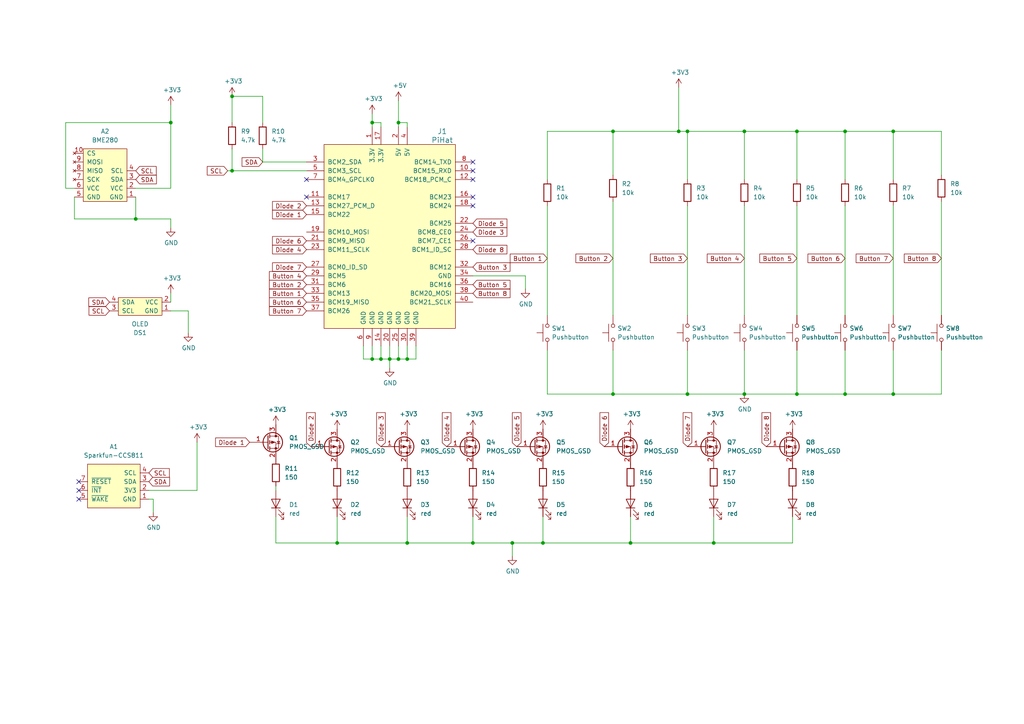
<source format=kicad_sch>
(kicad_sch (version 20211123) (generator eeschema)
  (paper "A4")
  (title_block (title "Rasperry Pi Shield") (date "2022-05-11") (company "t02"))
  (lib_symbols
    (symbol "HWP:+3V3" (power) (pin_names (offset 0))
      (property "Value" "+3V3" (at 0 3.556 0))
      (symbol "+3V3_0_1"
        (polyline (pts (xy -0.762 1.27) (xy 0 2.54)))
        (polyline (pts (xy 0 0) (xy 0 2.54)))
        (polyline (pts (xy 0 2.54) (xy 0.762 1.27)))
      )
      (symbol "+3V3_1_1"
        (pin power_in line (at 0 0 90) (length 0) hide (name "+3V3") (number "1"))
      )
    )
    (symbol "HWP:+5V" (power) (pin_names (offset 0))
      (property "Value" "+5V" (at 0 3.556 0))
      (symbol "+5V_0_1"
        (polyline (pts (xy -0.762 1.27) (xy 0 2.54)))
        (polyline (pts (xy 0 0) (xy 0 2.54)))
        (polyline (pts (xy 0 2.54) (xy 0.762 1.27)))
      )
      (symbol "+5V_1_1"
        (pin power_in line (at 0 0 90) (length 0) hide (name "+5V") (number "1"))
      )
    )
    (symbol "HWP:BME280" (pin_names (offset 1.016))
      (property "Reference" "A" (at 0 11.43 0))
      (property "Value" "BME280" (at 0 8.89 0))
      (symbol "BME280_0_1"
        (rectangle (start -6.35 7.62) (end 6.35 -7.62) (fill (type background)))
      )
      (symbol "BME280_1_1"
        (pin power_in line (at -8.89 6.35 0) (length 2.54) (name "GND") (number "1"))
        (pin no_connect line (at 8.89 -6.35 180) (length 2.54) (name "CS") (number "10"))
        (pin power_in line (at -8.89 3.81 0) (length 2.54) (name "VCC") (number "2"))
        (pin bidirectional line (at -8.89 1.27 0) (length 2.54) (name "SDA") (number "3"))
        (pin bidirectional line (at -8.89 -1.27 0) (length 2.54) (name "SCL") (number "4"))
        (pin power_in line (at 8.89 6.35 180) (length 2.54) (name "GND") (number "5"))
        (pin power_in line (at 8.89 3.81 180) (length 2.54) (name "VCC") (number "6"))
        (pin no_connect line (at 8.89 1.27 180) (length 2.54) (name "SCK") (number "7"))
        (pin no_connect line (at 8.89 -1.27 180) (length 2.54) (name "MISO") (number "8"))
        (pin no_connect line (at 8.89 -3.81 180) (length 2.54) (name "MOSI") (number "9"))
      )
    )
    (symbol "HWP:GND" (power) (pin_names (offset 0))
      (property "Value" "GND" (at 0 -3.81 0))
      (symbol "GND_0_1"
        (polyline (pts (xy 0 0) (xy 0 -1.27) (xy 1.27 -1.27) (xy 0 -2.54) (xy -1.27 -1.27) (xy 0 -1.27)))
      )
      (symbol "GND_1_1"
        (pin power_in line (at 0 0 270) (length 0) hide (name "GND") (number "1"))
      )
    )
    (symbol "HWP:LED" (pin_numbers hide) (pin_names (offset 1.016) hide)
      (property "Reference" "D" (at 0 2.54 0))
      (property "Value" "LED" (at 0 -2.54 0))
      (symbol "LED_0_1"
        (polyline (pts (xy -1.27 -1.27) (xy -1.27 1.27)) (stroke (width 0.2032)))
        (polyline (pts (xy -1.27 0) (xy 1.27 0)))
        (polyline (pts (xy 1.27 -1.27) (xy 1.27 1.27) (xy -1.27 0) (xy 1.27 -1.27)) (stroke (width 0.2032)))
        (polyline (pts (xy -3.048 -0.762) (xy -4.572 -2.286) (xy -3.81 -2.286) (xy -4.572 -2.286) (xy -4.572 -1.524)))
        (polyline (pts (xy -1.778 -0.762) (xy -3.302 -2.286) (xy -2.54 -2.286) (xy -3.302 -2.286) (xy -3.302 -1.524)))
      )
      (symbol "LED_1_1"
        (pin passive line (at -3.81 0 0) (length 2.54) (name "K") (number "1"))
        (pin passive line (at 3.81 0 180) (length 2.54) (name "A") (number "2"))
      )
    )
    (symbol "HWP:OLED" (pin_names (offset 1.016))
      (property "Reference" "DS" (at 0 6.35 0))
      (property "Value" "OLED" (at 0 3.81 0))
      (symbol "OLED_0_1"
        (rectangle (start -6.35 2.54) (end 6.35 -2.54) (fill (type background)))
      )
      (symbol "OLED_1_1"
        (pin power_in line (at -8.89 1.27 0) (length 2.54) (name "GND") (number "1"))
        (pin power_in line (at -8.89 -1.27 0) (length 2.54) (name "VCC") (number "2"))
        (pin bidirectional line (at 8.89 1.27 180) (length 2.54) (name "SCL") (number "3"))
        (pin bidirectional line (at 8.89 -1.27 180) (length 2.54) (name "SDA") (number "4"))
      )
    )
    (symbol "HWP:PMOS_GSD" (pin_names (offset 0) hide)
      (property "Reference" "Q" (at 5.08 1.27 0))
      (property "Value" "PMOS_GSD" (at 5.08 -1.27 0))
      (symbol "PMOS_GSD_0_1"
        (polyline (pts (xy 0.0508 0) (xy 0.254 0)))
        (polyline (pts (xy 0.762 -1.778) (xy 2.54 -1.778)))
        (polyline (pts (xy 0.762 -1.27) (xy 0.762 -2.286)) (stroke (width 0.254)))
        (polyline (pts (xy 0.762 0) (xy 2.54 0)))
        (polyline (pts (xy 0.762 0.508) (xy 0.762 -0.508)) (stroke (width 0.254)))
        (polyline (pts (xy 0.762 1.778) (xy 2.54 1.778)))
        (polyline (pts (xy 0.762 2.286) (xy 0.762 1.27)) (stroke (width 0.254)))
        (polyline (pts (xy 2.54 -1.778) (xy 2.54 -2.54)))
        (polyline (pts (xy 2.54 -1.778) (xy 2.54 0)))
        (polyline (pts (xy 2.54 2.54) (xy 2.54 1.778)))
        (polyline (pts (xy 0.254 1.905) (xy 0.254 -1.905) (xy 0.254 -1.905)) (stroke (width 0.254)))
        (polyline (pts (xy 2.286 0) (xy 1.27 -0.381) (xy 1.27 0.381) (xy 2.286 0)) (fill (type outline)))
        (polyline (pts (xy 2.54 -1.778) (xy 3.302 -1.778) (xy 3.302 1.778) (xy 2.54 1.778)))
        (polyline (pts (xy 2.794 -0.508) (xy 2.921 -0.381) (xy 3.683 -0.381) (xy 3.81 -0.254)))
        (polyline (pts (xy 3.302 -0.381) (xy 2.921 0.254) (xy 3.683 0.254) (xy 3.302 -0.381)))
        (circle (center 1.651 0) (radius 2.8194) (stroke (width 0.254)))
        (circle (center 2.54 -1.778) (radius 0.2794) (fill (type outline)))
        (circle (center 2.54 1.778) (radius 0.2794) (fill (type outline)))
      )
      (symbol "PMOS_GSD_1_1"
        (pin input line (at -5.08 0 0) (length 5.08) (name "G") (number "1"))
        (pin passive line (at 2.54 -5.08 90) (length 2.54) (name "S") (number "2"))
        (pin passive line (at 2.54 5.08 270) (length 2.54) (name "D") (number "3"))
      )
    )
    (symbol "HWP:PiHat" (pin_names (offset 1.016))
      (property "Reference" "J" (at 13.97 30.48 0))
      (property "Value" "PiHat" (at 13.97 27.94 0))
      (symbol "PiHat_0_1"
        (rectangle (start -19.05 26.67) (end 19.05 -26.67) (fill (type background)))
      )
      (symbol "PiHat_1_1"
        (pin power_out line (at -5.08 31.75 270) (length 5.08) (name "3.3V") (number "1"))
        (pin bidirectional line (at 24.13 19.05 180) (length 5.08) (name "BCM15_RXD") (number "10"))
        (pin bidirectional line (at -24.13 11.43 0) (length 5.08) (name "BCM17") (number "11"))
        (pin bidirectional line (at 24.13 16.51 180) (length 5.08) (name "BCM18_PCM_C") (number "12"))
        (pin bidirectional line (at -24.13 8.89 0) (length 5.08) (name "BCM27_PCM_D") (number "13"))
        (pin power_in line (at -2.54 -31.75 90) (length 5.08) (name "GND") (number "14"))
        (pin bidirectional line (at -24.13 6.35 0) (length 5.08) (name "BCM22") (number "15"))
        (pin bidirectional line (at 24.13 11.43 180) (length 5.08) (name "BCM23") (number "16"))
        (pin power_in line (at -2.54 31.75 270) (length 5.08) (name "3.3V") (number "17"))
        (pin bidirectional line (at 24.13 8.89 180) (length 5.08) (name "BCM24") (number "18"))
        (pin bidirectional line (at -24.13 1.27 0) (length 5.08) (name "BCM10_MOSI") (number "19"))
        (pin power_out line (at 2.54 31.75 270) (length 5.08) (name "5V") (number "2"))
        (pin power_in line (at 0 -31.75 90) (length 5.08) (name "GND") (number "20"))
        (pin bidirectional line (at -24.13 -1.27 0) (length 5.08) (name "BCM9_MISO") (number "21"))
        (pin bidirectional line (at 24.13 3.81 180) (length 5.08) (name "BCM25") (number "22"))
        (pin bidirectional line (at -24.13 -3.81 0) (length 5.08) (name "BCM11_SCLK") (number "23"))
        (pin bidirectional line (at 24.13 1.27 180) (length 5.08) (name "BCM8_CE0") (number "24"))
        (pin power_in line (at 2.54 -31.75 90) (length 5.08) (name "GND") (number "25"))
        (pin bidirectional line (at 24.13 -1.27 180) (length 5.08) (name "BCM7_CE1") (number "26"))
        (pin bidirectional line (at -24.13 -8.89 0) (length 5.08) (name "BCM0_ID_SD") (number "27"))
        (pin bidirectional line (at 24.13 -3.81 180) (length 5.08) (name "BCM1_ID_SC") (number "28"))
        (pin bidirectional line (at -24.13 -11.43 0) (length 5.08) (name "BCM5") (number "29"))
        (pin bidirectional line (at -24.13 21.59 0) (length 5.08) (name "BCM2_SDA") (number "3"))
        (pin power_out line (at 5.08 -31.75 90) (length 5.08) (name "GND") (number "30"))
        (pin bidirectional line (at -24.13 -13.97 0) (length 5.08) (name "BCM6") (number "31"))
        (pin bidirectional line (at 24.13 -8.89 180) (length 5.08) (name "BCM12") (number "32"))
        (pin bidirectional line (at -24.13 -16.51 0) (length 5.08) (name "BCM13") (number "33"))
        (pin power_in line (at 24.13 -11.43 180) (length 5.08) (name "GND") (number "34"))
        (pin bidirectional line (at -24.13 -19.05 0) (length 5.08) (name "BCM19_MISO") (number "35"))
        (pin bidirectional line (at 24.13 -13.97 180) (length 5.08) (name "BCM16") (number "36"))
        (pin bidirectional line (at -24.13 -21.59 0) (length 5.08) (name "BCM26") (number "37"))
        (pin bidirectional line (at 24.13 -16.51 180) (length 5.08) (name "BCM20_MOSI") (number "38"))
        (pin power_in line (at 7.62 -31.75 90) (length 5.08) (name "GND") (number "39"))
        (pin power_in line (at 5.08 31.75 270) (length 5.08) (name "5V") (number "4"))
        (pin bidirectional line (at 24.13 -19.05 180) (length 5.08) (name "BCM21_SCLK") (number "40"))
        (pin bidirectional line (at -24.13 19.05 0) (length 5.08) (name "BCM3_SCL") (number "5"))
        (pin power_in line (at -7.62 -31.75 90) (length 5.08) (name "GND") (number "6"))
        (pin bidirectional line (at -24.13 16.51 0) (length 5.08) (name "BCM4_GPCLK0") (number "7"))
        (pin bidirectional line (at 24.13 21.59 180) (length 5.08) (name "BCM14_TXD") (number "8"))
        (pin power_in line (at -5.08 -31.75 90) (length 5.08) (name "GND") (number "9"))
      )
    )
    (symbol "HWP:Pushbutton" (pin_numbers hide) (pin_names (offset 1.016) hide)
      (property "Reference" "SW" (at 1.27 2.54 0))
      (property "Value" "Pushbutton" (at 0 -1.524 0))
      (symbol "Pushbutton_0_1"
        (circle (center -2.032 0) (radius 0.508))
        (polyline (pts (xy 0 1.27) (xy 0 3.048)))
        (polyline (pts (xy 2.54 1.27) (xy -2.54 1.27)))
        (circle (center 2.032 0) (radius 0.508))
        (pin passive line (at -5.08 0 0) (length 2.54) (name "1") (number "1"))
        (pin passive line (at 5.08 0 180) (length 2.54) (name "2") (number "2"))
      )
    )
    (symbol "HWP:R" (pin_numbers hide) (pin_names (offset 0))
      (property "Reference" "R" (at 2.032 0 90))
      (property "Value" "R" (at 0 0 90))
      (symbol "R_0_1"
        (rectangle (start -1.016 -2.54) (end 1.016 2.54) (stroke (width 0.254)))
      )
      (symbol "R_1_1"
        (pin passive line (at 0 3.81 270) (length 1.27) (name "~") (number "1"))
        (pin passive line (at 0 -3.81 90) (length 1.27) (name "~") (number "2"))
      )
    )
    (symbol "HWP:Sparkfun-CCS811" (pin_names (offset 1.016))
      (property "Reference" "A" (at 0 10.16 0))
      (property "Value" "Sparkfun-CCS811" (at 0 7.62 0))
      (symbol "Sparkfun-CCS811_0_1"
        (rectangle (start -7.62 6.35) (end 7.62 -6.35) (fill (type background)))
      )
      (symbol "Sparkfun-CCS811_1_1"
        (pin power_in line (at -10.16 3.81 0) (length 2.54) (name "GND") (number "1"))
        (pin power_in line (at -10.16 1.27 0) (length 2.54) (name "3V3") (number "2"))
        (pin bidirectional line (at -10.16 -1.27 0) (length 2.54) (name "SDA") (number "3"))
        (pin bidirectional line (at -10.16 -3.81 0) (length 2.54) (name "SCL") (number "4"))
        (pin input line (at 10.16 3.81 180) (length 2.54) (name "~{WAKE}") (number "5"))
        (pin output line (at 10.16 1.27 180) (length 2.54) (name "~{INT}") (number "6"))
        (pin input line (at 10.16 -1.27 180) (length 2.54) (name "~{RESET}") (number "7"))
      )
    )
  )
  (junction (at 113.03 104.14))
  (junction (at 177.8 38.1))
  (junction (at 118.11 104.14))
  (junction (at 137.16 157.48))
  (junction (at 115.57 104.14))
  (junction (at 67.31 27.94))
  (junction (at 231.14 38.1))
  (junction (at 231.14 114.3))
  (junction (at 259.08 38.1))
  (junction (at 196.85 38.1))
  (junction (at 182.88 157.48))
  (junction (at 148.59 157.48))
  (junction (at 245.11 38.1))
  (junction (at 157.48 157.48))
  (junction (at 199.39 114.3))
  (junction (at 49.53 35.56))
  (junction (at 199.39 38.1))
  (junction (at 215.9 38.1))
  (junction (at 207.01 157.48))
  (junction (at 107.95 104.14))
  (junction (at 259.08 114.3))
  (junction (at 215.9 114.3))
  (junction (at 110.49 104.14))
  (junction (at 118.11 157.48))
  (junction (at 245.11 114.3))
  (junction (at 177.8 114.3))
  (junction (at 107.95 35.56))
  (junction (at 97.79 157.48))
  (junction (at 67.31 49.53))
  (junction (at 115.57 35.56))
  (junction (at 39.37 63.5))
  (no_connect (at 22.86 142.24))
  (no_connect (at 22.86 139.7))
  (no_connect (at 22.86 144.78))
  (no_connect (at 88.9 52.07))
  (no_connect (at 137.16 46.99))
  (no_connect (at 137.16 52.07))
  (no_connect (at 137.16 57.15))
  (no_connect (at 137.16 49.53))
  (no_connect (at 137.16 59.69))
  (no_connect (at 88.9 57.15))
  (no_connect (at 137.16 69.85))
  (wire (pts (xy 49.53 87.63) (xy 49.53 85.09)))
  (wire (pts (xy 49.53 63.5) (xy 49.53 66.04)))
  (wire (pts (xy 157.48 149.86) (xy 157.48 157.48)))
  (wire (pts (xy 115.57 35.56) (xy 118.11 35.56)))
  (wire (pts (xy 207.01 149.86) (xy 207.01 157.48)))
  (wire (pts (xy 245.11 38.1) (xy 259.08 38.1)))
  (wire (pts (xy 97.79 157.48) (xy 118.11 157.48)))
  (wire (pts (xy 137.16 149.86) (xy 137.16 157.48)))
  (wire (pts (xy 148.59 157.48) (xy 148.59 161.29)))
  (wire (pts (xy 67.31 49.53) (xy 88.9 49.53)))
  (wire (pts (xy 231.14 38.1) (xy 245.11 38.1)))
  (wire (pts (xy 177.8 114.3) (xy 199.39 114.3)))
  (wire (pts (xy 259.08 101.6) (xy 259.08 114.3)))
  (wire (pts (xy 273.05 58.42) (xy 273.05 91.44)))
  (wire (pts (xy 245.11 38.1) (xy 245.11 52.07)))
  (wire (pts (xy 199.39 59.69) (xy 199.39 91.44)))
  (wire (pts (xy 118.11 100.33) (xy 118.11 104.14)))
  (wire (pts (xy 259.08 38.1) (xy 273.05 38.1)))
  (wire (pts (xy 177.8 38.1) (xy 196.85 38.1)))
  (wire (pts (xy 273.05 38.1) (xy 273.05 50.8)))
  (wire (pts (xy 245.11 114.3) (xy 259.08 114.3)))
  (wire (pts (xy 215.9 101.6) (xy 215.9 114.3)))
  (wire (pts (xy 67.31 27.94) (xy 76.2 27.94)))
  (wire (pts (xy 215.9 38.1) (xy 231.14 38.1)))
  (wire (pts (xy 118.11 104.14) (xy 120.65 104.14)))
  (wire (pts (xy 76.2 46.99) (xy 88.9 46.99)))
  (wire (pts (xy 76.2 27.94) (xy 76.2 35.56)))
  (wire (pts (xy 199.39 38.1) (xy 215.9 38.1)))
  (wire (pts (xy 259.08 114.3) (xy 273.05 114.3)))
  (wire (pts (xy 177.8 38.1) (xy 177.8 50.8)))
  (wire (pts (xy 231.14 59.69) (xy 231.14 91.44)))
  (wire (pts (xy 118.11 35.56) (xy 118.11 36.83)))
  (wire (pts (xy 97.79 149.86) (xy 97.79 157.48)))
  (wire (pts (xy 207.01 157.48) (xy 229.87 157.48)))
  (wire (pts (xy 21.59 63.5) (xy 39.37 63.5)))
  (wire (pts (xy 118.11 149.86) (xy 118.11 157.48)))
  (wire (pts (xy 231.14 38.1) (xy 231.14 52.07)))
  (wire (pts (xy 158.75 38.1) (xy 158.75 52.07)))
  (wire (pts (xy 43.18 144.78) (xy 44.45 144.78)))
  (wire (pts (xy 231.14 114.3) (xy 245.11 114.3)))
  (wire (pts (xy 115.57 35.56) (xy 115.57 36.83)))
  (wire (pts (xy 113.03 104.14) (xy 115.57 104.14)))
  (wire (pts (xy 21.59 57.15) (xy 21.59 63.5)))
  (wire (pts (xy 110.49 104.14) (xy 113.03 104.14)))
  (wire (pts (xy 49.53 90.17) (xy 54.61 90.17)))
  (wire (pts (xy 199.39 114.3) (xy 215.9 114.3)))
  (wire (pts (xy 158.75 38.1) (xy 177.8 38.1)))
  (wire (pts (xy 158.75 114.3) (xy 177.8 114.3)))
  (wire (pts (xy 19.05 54.61) (xy 19.05 35.56)))
  (wire (pts (xy 107.95 33.02) (xy 107.95 35.56)))
  (wire (pts (xy 259.08 38.1) (xy 259.08 52.07)))
  (wire (pts (xy 110.49 35.56) (xy 110.49 36.83)))
  (wire (pts (xy 19.05 35.56) (xy 49.53 35.56)))
  (wire (pts (xy 76.2 43.18) (xy 76.2 46.99)))
  (wire (pts (xy 107.95 35.56) (xy 107.95 36.83)))
  (wire (pts (xy 196.85 25.4) (xy 196.85 38.1)))
  (wire (pts (xy 21.59 54.61) (xy 19.05 54.61)))
  (wire (pts (xy 229.87 149.86) (xy 229.87 157.48)))
  (wire (pts (xy 39.37 54.61) (xy 49.53 54.61)))
  (wire (pts (xy 215.9 59.69) (xy 215.9 91.44)))
  (wire (pts (xy 113.03 100.33) (xy 113.03 104.14)))
  (wire (pts (xy 231.14 101.6) (xy 231.14 114.3)))
  (wire (pts (xy 158.75 59.69) (xy 158.75 91.44)))
  (wire (pts (xy 120.65 104.14) (xy 120.65 100.33)))
  (wire (pts (xy 107.95 104.14) (xy 110.49 104.14)))
  (wire (pts (xy 245.11 59.69) (xy 245.11 91.44)))
  (wire (pts (xy 215.9 38.1) (xy 215.9 52.07)))
  (wire (pts (xy 196.85 38.1) (xy 199.39 38.1)))
  (wire (pts (xy 54.61 90.17) (xy 54.61 96.52)))
  (wire (pts (xy 215.9 114.3) (xy 231.14 114.3)))
  (wire (pts (xy 67.31 43.18) (xy 67.31 49.53)))
  (wire (pts (xy 157.48 157.48) (xy 182.88 157.48)))
  (wire (pts (xy 105.41 104.14) (xy 107.95 104.14)))
  (wire (pts (xy 115.57 100.33) (xy 115.57 104.14)))
  (wire (pts (xy 245.11 101.6) (xy 245.11 114.3)))
  (wire (pts (xy 177.8 101.6) (xy 177.8 114.3)))
  (wire (pts (xy 44.45 144.78) (xy 44.45 148.59)))
  (wire (pts (xy 182.88 157.48) (xy 207.01 157.48)))
  (wire (pts (xy 80.01 157.48) (xy 97.79 157.48)))
  (wire (pts (xy 80.01 149.86) (xy 80.01 157.48)))
  (wire (pts (xy 107.95 100.33) (xy 107.95 104.14)))
  (wire (pts (xy 49.53 35.56) (xy 49.53 54.61)))
  (wire (pts (xy 137.16 80.01) (xy 152.4 80.01)))
  (wire (pts (xy 199.39 38.1) (xy 199.39 52.07)))
  (wire (pts (xy 273.05 114.3) (xy 273.05 101.6)))
  (wire (pts (xy 57.15 128.27) (xy 57.15 142.24)))
  (wire (pts (xy 182.88 149.86) (xy 182.88 157.48)))
  (wire (pts (xy 137.16 157.48) (xy 148.59 157.48)))
  (wire (pts (xy 105.41 100.33) (xy 105.41 104.14)))
  (wire (pts (xy 152.4 80.01) (xy 152.4 83.82)))
  (wire (pts (xy 66.04 49.53) (xy 67.31 49.53)))
  (wire (pts (xy 118.11 157.48) (xy 137.16 157.48)))
  (wire (pts (xy 113.03 104.14) (xy 113.03 106.68)))
  (wire (pts (xy 107.95 35.56) (xy 110.49 35.56)))
  (wire (pts (xy 199.39 101.6) (xy 199.39 114.3)))
  (wire (pts (xy 115.57 29.21) (xy 115.57 35.56)))
  (wire (pts (xy 110.49 100.33) (xy 110.49 104.14)))
  (wire (pts (xy 49.53 30.48) (xy 49.53 35.56)))
  (wire (pts (xy 148.59 157.48) (xy 157.48 157.48)))
  (wire (pts (xy 39.37 63.5) (xy 49.53 63.5)))
  (wire (pts (xy 158.75 101.6) (xy 158.75 114.3)))
  (wire (pts (xy 39.37 57.15) (xy 39.37 63.5)))
  (wire (pts (xy 80.01 140.97) (xy 80.01 142.24)))
  (wire (pts (xy 259.08 59.69) (xy 259.08 91.44)))
  (wire (pts (xy 177.8 58.42) (xy 177.8 91.44)))
  (wire (pts (xy 67.31 27.94) (xy 67.31 35.56)))
  (wire (pts (xy 43.18 142.24) (xy 57.15 142.24)))
  (wire (pts (xy 115.57 104.14) (xy 118.11 104.14)))
  (global_label "SDA" (shape input) (at 76.2 46.99 180) (property "Intersheet References" "${INTERSHEET_REFS}" (effects hide)))
  (global_label "Diode 1" (shape input) (at 72.39 128.27 180) (property "Intersheet References" "${INTERSHEET_REFS}" (effects hide)))
  (global_label "Button 7" (shape input) (at 259.08 74.93 180) (property "Intersheet References" "${INTERSHEET_REFS}" (effects hide)))
  (global_label "Diode 5" (shape input) (at 137.16 64.77 0) (property "Intersheet References" "${INTERSHEET_REFS}" (effects hide)))
  (global_label "Button 6" (shape input) (at 88.9 87.63 180) (property "Intersheet References" "${INTERSHEET_REFS}" (effects hide)))
  (global_label "SCL" (shape input) (at 31.75 90.17 180) (property "Intersheet References" "${INTERSHEET_REFS}" (effects hide)))
  (global_label "Diode 7" (shape input) (at 88.9 77.47 180) (property "Intersheet References" "${INTERSHEET_REFS}" (effects hide)))
  (global_label "Diode 7" (shape input) (at 199.39 129.54 90) (property "Intersheet References" "${INTERSHEET_REFS}" (effects hide)))
  (global_label "Diode 4" (shape input) (at 88.9 72.39 180) (property "Intersheet References" "${INTERSHEET_REFS}" (effects hide)))
  (global_label "Diode 2" (shape input) (at 88.9 59.69 180) (property "Intersheet References" "${INTERSHEET_REFS}" (effects hide)))
  (global_label "SCL" (shape input) (at 39.37 49.53 0) (property "Intersheet References" "${INTERSHEET_REFS}" (effects hide)))
  (global_label "Button 1" (shape input) (at 158.75 74.93 180) (property "Intersheet References" "${INTERSHEET_REFS}" (effects hide)))
  (global_label "SCL" (shape input) (at 43.18 137.16 0) (property "Intersheet References" "${INTERSHEET_REFS}" (effects hide)))
  (global_label "SDA" (shape input) (at 43.18 139.7 0) (property "Intersheet References" "${INTERSHEET_REFS}" (effects hide)))
  (global_label "Button 6" (shape input) (at 245.11 74.93 180) (property "Intersheet References" "${INTERSHEET_REFS}" (effects hide)))
  (global_label "Diode 2" (shape input) (at 90.17 129.54 90) (property "Intersheet References" "${INTERSHEET_REFS}" (effects hide)))
  (global_label "SDA" (shape input) (at 31.75 87.63 180) (property "Intersheet References" "${INTERSHEET_REFS}" (effects hide)))
  (global_label "Diode 3" (shape input) (at 137.16 67.31 0) (property "Intersheet References" "${INTERSHEET_REFS}" (effects hide)))
  (global_label "SCL" (shape input) (at 66.04 49.53 180) (property "Intersheet References" "${INTERSHEET_REFS}" (effects hide)))
  (global_label "Button 8" (shape input) (at 137.16 85.09 0) (property "Intersheet References" "${INTERSHEET_REFS}" (effects hide)))
  (global_label "Button 7" (shape input) (at 88.9 90.17 180) (property "Intersheet References" "${INTERSHEET_REFS}" (effects hide)))
  (global_label "Diode 6" (shape input) (at 88.9 69.85 180) (property "Intersheet References" "${INTERSHEET_REFS}" (effects hide)))
  (global_label "Diode 8" (shape input) (at 137.16 72.39 0) (property "Intersheet References" "${INTERSHEET_REFS}" (effects hide)))
  (global_label "Button 5" (shape input) (at 231.14 74.93 180) (property "Intersheet References" "${INTERSHEET_REFS}" (effects hide)))
  (global_label "Button 3" (shape input) (at 137.16 77.47 0) (property "Intersheet References" "${INTERSHEET_REFS}" (effects hide)))
  (global_label "Button 3" (shape input) (at 199.39 74.93 180) (property "Intersheet References" "${INTERSHEET_REFS}" (effects hide)))
  (global_label "Button 5" (shape input) (at 137.16 82.55 0) (property "Intersheet References" "${INTERSHEET_REFS}" (effects hide)))
  (global_label "Diode 8" (shape input) (at 222.25 129.54 90) (property "Intersheet References" "${INTERSHEET_REFS}" (effects hide)))
  (global_label "Button 4" (shape input) (at 88.9 80.01 180) (property "Intersheet References" "${INTERSHEET_REFS}" (effects hide)))
  (global_label "Button 2" (shape input) (at 177.8 74.93 180) (property "Intersheet References" "${INTERSHEET_REFS}" (effects hide)))
  (global_label "Button 1" (shape input) (at 88.9 85.09 180) (property "Intersheet References" "${INTERSHEET_REFS}" (effects hide)))
  (global_label "Button 2" (shape input) (at 88.9 82.55 180) (property "Intersheet References" "${INTERSHEET_REFS}" (effects hide)))
  (global_label "Diode 5" (shape input) (at 149.86 129.54 90) (property "Intersheet References" "${INTERSHEET_REFS}" (effects hide)))
  (global_label "Button 4" (shape input) (at 215.9 74.93 180) (property "Intersheet References" "${INTERSHEET_REFS}" (effects hide)))
  (global_label "Diode 4" (shape input) (at 129.54 129.54 90) (property "Intersheet References" "${INTERSHEET_REFS}" (effects hide)))
  (global_label "Button 8" (shape input) (at 273.05 74.93 180) (property "Intersheet References" "${INTERSHEET_REFS}" (effects hide)))
  (global_label "SDA" (shape input) (at 39.37 52.07 0) (property "Intersheet References" "${INTERSHEET_REFS}" (effects hide)))
  (global_label "Diode 3" (shape input) (at 110.49 129.54 90) (property "Intersheet References" "${INTERSHEET_REFS}" (effects hide)))
  (global_label "Diode 1" (shape input) (at 88.9 62.23 180) (property "Intersheet References" "${INTERSHEET_REFS}" (effects hide)))
  (global_label "Diode 6" (shape input) (at 175.26 129.54 90) (property "Intersheet References" "${INTERSHEET_REFS}" (effects hide)))
  (symbol (lib_id "HWP:PiHat") (at 113.03 68.58 0) (unit 1)
    (property "Reference" "J1" (at 128.27 38.1 0) (effects (font (size 1.524 1.524))))
    (property "Value" "PiHat" (at 128.27 40.64 0) (effects (font (size 1.524 1.524))))
    (property "Footprint" "HWP:PiHeader" (effects hide))
  )
  (symbol (lib_id "HWP:+3V3") (at 107.95 33.02 0) (unit 1)
    (property "Reference" "#PWR0102" (effects hide))
    (property "Value" "+3V3" (at 108.331 28.6258 0))
  )
  (symbol (lib_id "HWP:+5V") (at 115.57 29.21 0) (unit 1)
    (property "Reference" "#PWR0101" (effects hide))
    (property "Value" "+5V" (at 115.951 24.8158 0))
  )
  (symbol (lib_id "HWP:GND") (at 113.03 106.68 0) (unit 1)
    (property "Reference" "#PWR0103" (effects hide))
    (property "Value" "GND" (at 113.157 111.0742 0))
  )
  (symbol (lib_id "HWP:R") (at 199.39 55.88 0) (unit 1)
    (property "Reference" "R3" (at 201.93 54.6099 0) (effects (justify left)))
    (property "Value" "10k" (at 201.93 57.1499 0) (effects (justify left)))
    (property "Footprint" "HWP:R_0805" (effects hide))
  )
  (symbol (lib_id "HWP:+3V3") (at 182.88 124.46 0) (unit 1)
    (property "Reference" "#PWR0120" (effects hide))
    (property "Value" "+3V3" (at 183.261 120.0658 0))
  )
  (symbol (lib_id "HWP:R") (at 137.16 138.43 0) (unit 1)
    (property "Reference" "R14" (at 139.7 137.1599 0) (effects (justify left)))
    (property "Value" "150" (at 139.7 139.6999 0) (effects (justify left)))
    (property "Footprint" "HWP:R_0805" (effects hide))
  )
  (symbol (lib_id "HWP:+3V3") (at 207.01 124.46 0) (unit 1)
    (property "Reference" "#PWR0121" (effects hide))
    (property "Value" "+3V3" (at 207.391 120.0658 0))
  )
  (symbol (lib_id "HWP:PMOS_GSD") (at 180.34 129.54 0) (unit 1)
    (property "Reference" "Q6" (at 186.69 128.2699 0) (effects (justify left)))
    (property "Value" "PMOS_GSD" (at 186.69 130.8099 0) (effects (justify left)))
    (property "Footprint" "HWP:SOT-23" (effects hide))
  )
  (symbol (lib_id "HWP:LED") (at 229.87 146.05 90) (unit 1)
    (property "Reference" "D8" (at 233.68 146.3801 90) (effects (justify right)))
    (property "Value" "red" (at 233.68 148.9201 90) (effects (justify right)))
    (property "Footprint" "HWP:LED_0805" (effects hide))
  )
  (symbol (lib_id "HWP:Pushbutton") (at 273.05 96.52 90) (unit 1)
    (property "Reference" "SW8" (at 274.32 95.2499 90) (effects (justify right)))
    (property "Value" "Pushbutton" (at 274.32 97.7899 90) (effects (justify right)))
    (property "Footprint" "HWP:PushButton" (effects hide))
  )
  (symbol (lib_id "HWP:+3V3") (at 67.31 27.94 0) (unit 1)
    (property "Reference" "#PWR0106" (effects hide))
    (property "Value" "+3V3" (at 67.691 23.5458 0))
  )
  (symbol (lib_id "HWP:+3V3") (at 229.87 124.46 0) (unit 1)
    (property "Reference" "#PWR0122" (effects hide))
    (property "Value" "+3V3" (at 230.251 120.0658 0))
  )
  (symbol (lib_id "HWP:R") (at 97.79 138.43 0) (unit 1)
    (property "Reference" "R12" (at 100.33 137.1599 0) (effects (justify left)))
    (property "Value" "150" (at 100.33 139.6999 0) (effects (justify left)))
    (property "Footprint" "HWP:R_0805" (effects hide))
  )
  (symbol (lib_id "HWP:GND") (at 148.59 161.29 0) (unit 1)
    (property "Reference" "#PWR0113" (effects hide))
    (property "Value" "GND" (at 148.717 165.6842 0))
  )
  (symbol (lib_id "HWP:+3V3") (at 196.85 25.4 0) (unit 1)
    (property "Reference" "#PWR0104" (effects hide))
    (property "Value" "+3V3" (at 197.231 21.0058 0))
  )
  (symbol (lib_id "HWP:PMOS_GSD") (at 77.47 128.27 0) (unit 1)
    (property "Reference" "Q1" (at 83.82 126.9999 0) (effects (justify left)))
    (property "Value" "PMOS_GSD" (at 83.82 129.5399 0) (effects (justify left)))
    (property "Footprint" "HWP:SOT-23" (effects hide))
  )
  (symbol (lib_id "HWP:R") (at 80.01 137.16 0) (unit 1)
    (property "Reference" "R11" (at 82.55 135.8899 0) (effects (justify left)))
    (property "Value" "150" (at 82.55 138.4299 0) (effects (justify left)))
    (property "Footprint" "HWP:R_0805" (effects hide))
  )
  (symbol (lib_id "HWP:Pushbutton") (at 231.14 96.52 90) (unit 1)
    (property "Reference" "SW5" (at 232.41 95.2499 90) (effects (justify right)))
    (property "Value" "Pushbutton" (at 232.41 97.7899 90) (effects (justify right)))
    (property "Footprint" "HWP:PushButton" (effects hide))
  )
  (symbol (lib_id "HWP:LED") (at 207.01 146.05 90) (unit 1)
    (property "Reference" "D7" (at 210.82 146.3801 90) (effects (justify right)))
    (property "Value" "red" (at 210.82 148.9201 90) (effects (justify right)))
    (property "Footprint" "HWP:LED_0805" (effects hide))
  )
  (symbol (lib_id "HWP:Sparkfun-CCS811") (at 33.02 140.97 180) (unit 1)
    (property "Reference" "A1" (at 33.02 129.54 0))
    (property "Value" "Sparkfun-CCS811" (at 33.02 132.08 0))
    (property "Footprint" "HWP:Sparkfun-CCS881" (effects hide))
  )
  (symbol (lib_id "HWP:GND") (at 49.53 66.04 0) (unit 1)
    (property "Reference" "#PWR0108" (effects hide))
    (property "Value" "GND" (at 49.657 70.4342 0))
  )
  (symbol (lib_id "HWP:PMOS_GSD") (at 95.25 129.54 0) (unit 1)
    (property "Reference" "Q2" (at 101.6 128.2699 0) (effects (justify left)))
    (property "Value" "PMOS_GSD" (at 101.6 130.8099 0) (effects (justify left)))
    (property "Footprint" "HWP:SOT-23" (effects hide))
  )
  (symbol (lib_id "HWP:+3V3") (at 80.01 123.19 0) (unit 1)
    (property "Reference" "#PWR0115" (effects hide))
    (property "Value" "+3V3" (at 80.391 118.7958 0))
  )
  (symbol (lib_id "HWP:GND") (at 54.61 96.52 0) (unit 1)
    (property "Reference" "#PWR0109" (effects hide))
    (property "Value" "GND" (at 54.737 100.9142 0))
  )
  (symbol (lib_id "HWP:BME280") (at 30.48 50.8 180) (unit 1)
    (property "Reference" "A2" (at 30.48 38.1 0))
    (property "Value" "BME280" (at 30.48 40.64 0))
    (property "Footprint" "HWP:BME280" (effects hide))
  )
  (symbol (lib_id "HWP:LED") (at 182.88 146.05 90) (unit 1)
    (property "Reference" "D6" (at 186.69 146.3801 90) (effects (justify right)))
    (property "Value" "red" (at 186.69 148.9201 90) (effects (justify right)))
    (property "Footprint" "HWP:LED_0805" (effects hide))
  )
  (symbol (lib_id "HWP:Pushbutton") (at 158.75 96.52 90) (unit 1)
    (property "Reference" "SW1" (at 160.02 95.2499 90) (effects (justify right)))
    (property "Value" "Pushbutton" (at 160.02 97.7899 90) (effects (justify right)))
    (property "Footprint" "HWP:PushButton" (effects hide))
  )
  (symbol (lib_id "HWP:GND") (at 215.9 114.3 0) (unit 1)
    (property "Reference" "#PWR0105" (effects hide))
    (property "Value" "GND" (at 216.027 118.6942 0))
  )
  (symbol (lib_id "HWP:+3V3") (at 49.53 85.09 0) (unit 1)
    (property "Reference" "#PWR0111" (effects hide))
    (property "Value" "+3V3" (at 49.911 80.6958 0))
  )
  (symbol (lib_id "HWP:LED") (at 97.79 146.05 90) (unit 1)
    (property "Reference" "D2" (at 101.6 146.3801 90) (effects (justify right)))
    (property "Value" "red" (at 101.6 148.9201 90) (effects (justify right)))
    (property "Footprint" "HWP:LED_0805" (effects hide))
  )
  (symbol (lib_id "HWP:R") (at 245.11 55.88 0) (unit 1)
    (property "Reference" "R6" (at 247.65 54.6099 0) (effects (justify left)))
    (property "Value" "10k" (at 247.65 57.1499 0) (effects (justify left)))
    (property "Footprint" "HWP:R_0805" (effects hide))
  )
  (symbol (lib_id "HWP:R") (at 76.2 39.37 0) (unit 1)
    (property "Reference" "R10" (at 78.74 38.0999 0) (effects (justify left)))
    (property "Value" "4.7k" (at 78.74 40.6399 0) (effects (justify left)))
    (property "Footprint" "HWP:R_0805" (effects hide))
  )
  (symbol (lib_id "HWP:LED") (at 137.16 146.05 90) (unit 1)
    (property "Reference" "D4" (at 140.97 146.3801 90) (effects (justify right)))
    (property "Value" "red" (at 140.97 148.9201 90) (effects (justify right)))
    (property "Footprint" "HWP:LED_0805" (effects hide))
  )
  (symbol (lib_id "HWP:R") (at 158.75 55.88 0) (unit 1)
    (property "Reference" "R1" (at 161.29 54.6099 0) (effects (justify left)))
    (property "Value" "10k" (at 161.29 57.1499 0) (effects (justify left)))
    (property "Footprint" "HWP:R_0805" (effects hide))
  )
  (symbol (lib_id "HWP:Pushbutton") (at 259.08 96.52 90) (unit 1)
    (property "Reference" "SW7" (at 260.35 95.2499 90) (effects (justify right)))
    (property "Value" "Pushbutton" (at 260.35 97.7899 90) (effects (justify right)))
    (property "Footprint" "HWP:PushButton" (effects hide))
  )
  (symbol (lib_id "HWP:PMOS_GSD") (at 115.57 129.54 0) (unit 1)
    (property "Reference" "Q3" (at 121.92 128.2699 0) (effects (justify left)))
    (property "Value" "PMOS_GSD" (at 121.92 130.8099 0) (effects (justify left)))
    (property "Footprint" "HWP:SOT-23" (effects hide))
  )
  (symbol (lib_id "HWP:Pushbutton") (at 199.39 96.52 90) (unit 1)
    (property "Reference" "SW3" (at 200.66 95.2499 90) (effects (justify right)))
    (property "Value" "Pushbutton" (at 200.66 97.7899 90) (effects (justify right)))
    (property "Footprint" "HWP:PushButton" (effects hide))
  )
  (symbol (lib_id "HWP:Pushbutton") (at 215.9 96.52 90) (unit 1)
    (property "Reference" "SW4" (at 217.17 95.2499 90) (effects (justify right)))
    (property "Value" "Pushbutton" (at 217.17 97.7899 90) (effects (justify right)))
    (property "Footprint" "HWP:PushButton" (effects hide))
  )
  (symbol (lib_id "HWP:R") (at 67.31 39.37 0) (unit 1)
    (property "Reference" "R9" (at 69.85 38.0999 0) (effects (justify left)))
    (property "Value" "4.7k" (at 69.85 40.6399 0) (effects (justify left)))
    (property "Footprint" "HWP:R_0805" (effects hide))
  )
  (symbol (lib_id "HWP:+3V3") (at 118.11 124.46 0) (unit 1)
    (property "Reference" "#PWR0117" (effects hide))
    (property "Value" "+3V3" (at 118.491 120.0658 0))
  )
  (symbol (lib_id "HWP:R") (at 118.11 138.43 0) (unit 1)
    (property "Reference" "R13" (at 120.65 137.1599 0) (effects (justify left)))
    (property "Value" "150" (at 120.65 139.6999 0) (effects (justify left)))
    (property "Footprint" "HWP:R_0805" (effects hide))
  )
  (symbol (lib_id "HWP:R") (at 259.08 55.88 0) (unit 1)
    (property "Reference" "R7" (at 261.62 54.6099 0) (effects (justify left)))
    (property "Value" "10k" (at 261.62 57.1499 0) (effects (justify left)))
    (property "Footprint" "HWP:R_0805" (effects hide))
  )
  (symbol (lib_id "HWP:+3V3") (at 157.48 124.46 0) (unit 1)
    (property "Reference" "#PWR0119" (effects hide))
    (property "Value" "+3V3" (at 157.861 120.0658 0))
  )
  (symbol (lib_id "HWP:+3V3") (at 57.15 128.27 0) (unit 1)
    (property "Reference" "#PWR0112" (effects hide))
    (property "Value" "+3V3" (at 57.531 123.8758 0))
  )
  (symbol (lib_id "HWP:PMOS_GSD") (at 154.94 129.54 0) (unit 1)
    (property "Reference" "Q5" (at 161.29 128.2699 0) (effects (justify left)))
    (property "Value" "PMOS_GSD" (at 161.29 130.8099 0) (effects (justify left)))
    (property "Footprint" "HWP:SOT-23" (effects hide))
  )
  (symbol (lib_id "HWP:R") (at 215.9 55.88 0) (unit 1)
    (property "Reference" "R4" (at 218.44 54.6099 0) (effects (justify left)))
    (property "Value" "10k" (at 218.44 57.1499 0) (effects (justify left)))
    (property "Footprint" "HWP:R_0805" (effects hide))
  )
  (symbol (lib_id "HWP:PMOS_GSD") (at 134.62 129.54 0) (unit 1)
    (property "Reference" "Q4" (at 140.97 128.2699 0) (effects (justify left)))
    (property "Value" "PMOS_GSD" (at 140.97 130.8099 0) (effects (justify left)))
    (property "Footprint" "HWP:SOT-23" (effects hide))
  )
  (symbol (lib_id "HWP:R") (at 207.01 138.43 0) (unit 1)
    (property "Reference" "R17" (at 209.55 137.1599 0) (effects (justify left)))
    (property "Value" "150" (at 209.55 139.6999 0) (effects (justify left)))
    (property "Footprint" "HWP:R_0805" (effects hide))
  )
  (symbol (lib_id "HWP:PMOS_GSD") (at 204.47 129.54 0) (unit 1)
    (property "Reference" "Q7" (at 210.82 128.2699 0) (effects (justify left)))
    (property "Value" "PMOS_GSD" (at 210.82 130.8099 0) (effects (justify left)))
    (property "Footprint" "HWP:SOT-23" (effects hide))
  )
  (symbol (lib_id "HWP:OLED") (at 40.64 88.9 180) (unit 1)
    (property "Reference" "DS1" (at 40.64 96.52 0))
    (property "Value" "OLED" (at 40.64 93.98 0))
    (property "Footprint" "HWP:OLED" (effects hide))
  )
  (symbol (lib_id "HWP:LED") (at 157.48 146.05 90) (unit 1)
    (property "Reference" "D5" (at 161.29 146.3801 90) (effects (justify right)))
    (property "Value" "red" (at 161.29 148.9201 90) (effects (justify right)))
    (property "Footprint" "HWP:LED_0805" (effects hide))
  )
  (symbol (lib_id "HWP:PMOS_GSD") (at 227.33 129.54 0) (unit 1)
    (property "Reference" "Q8" (at 233.68 128.2699 0) (effects (justify left)))
    (property "Value" "PMOS_GSD" (at 233.68 130.8099 0) (effects (justify left)))
    (property "Footprint" "HWP:SOT-23" (effects hide))
  )
  (symbol (lib_id "HWP:LED") (at 118.11 146.05 90) (unit 1)
    (property "Reference" "D3" (at 121.92 146.3801 90) (effects (justify right)))
    (property "Value" "red" (at 121.92 148.9201 90) (effects (justify right)))
    (property "Footprint" "HWP:LED_0805" (effects hide))
  )
  (symbol (lib_id "HWP:R") (at 157.48 138.43 0) (unit 1)
    (property "Reference" "R15" (at 160.02 137.1599 0) (effects (justify left)))
    (property "Value" "150" (at 160.02 139.6999 0) (effects (justify left)))
    (property "Footprint" "HWP:R_0805" (effects hide))
  )
  (symbol (lib_id "HWP:+3V3") (at 97.79 124.46 0) (unit 1)
    (property "Reference" "#PWR0116" (effects hide))
    (property "Value" "+3V3" (at 98.171 120.0658 0))
  )
  (symbol (lib_id "HWP:+3V3") (at 137.16 124.46 0) (unit 1)
    (property "Reference" "#PWR0118" (effects hide))
    (property "Value" "+3V3" (at 137.541 120.0658 0))
  )
  (symbol (lib_id "HWP:Pushbutton") (at 245.11 96.52 90) (unit 1)
    (property "Reference" "SW6" (at 246.38 95.2499 90) (effects (justify right)))
    (property "Value" "Pushbutton" (at 246.38 97.7899 90) (effects (justify right)))
    (property "Footprint" "HWP:PushButton" (effects hide))
  )
  (symbol (lib_id "HWP:R") (at 182.88 138.43 0) (unit 1)
    (property "Reference" "R16" (at 185.42 137.1599 0) (effects (justify left)))
    (property "Value" "150" (at 185.42 139.6999 0) (effects (justify left)))
    (property "Footprint" "HWP:R_0805" (effects hide))
  )
  (symbol (lib_id "HWP:LED") (at 80.01 146.05 90) (unit 1)
    (property "Reference" "D1" (at 83.82 146.3801 90) (effects (justify right)))
    (property "Value" "red" (at 83.82 148.9201 90) (effects (justify right)))
    (property "Footprint" "HWP:LED_0805" (effects hide))
  )
  (symbol (lib_id "HWP:R") (at 177.8 54.61 0) (unit 1)
    (property "Reference" "R2" (at 180.34 53.3399 0) (effects (justify left)))
    (property "Value" "10k" (at 180.34 55.8799 0) (effects (justify left)))
    (property "Footprint" "HWP:R_0805" (effects hide))
  )
  (symbol (lib_id "HWP:+3V3") (at 49.53 30.48 0) (unit 1)
    (property "Reference" "#PWR0107" (effects hide))
    (property "Value" "+3V3" (at 49.911 26.0858 0))
  )
  (symbol (lib_id "HWP:GND") (at 44.45 148.59 0) (unit 1)
    (property "Reference" "#PWR0110" (effects hide))
    (property "Value" "GND" (at 44.577 152.9842 0))
  )
  (symbol (lib_id "HWP:R") (at 273.05 54.61 0) (unit 1)
    (property "Reference" "R8" (at 275.59 53.3399 0) (effects (justify left)))
    (property "Value" "10k" (at 275.59 55.8799 0) (effects (justify left)))
    (property "Footprint" "HWP:R_0805" (effects hide))
  )
  (symbol (lib_id "HWP:GND") (at 152.4 83.82 0) (unit 1)
    (property "Reference" "#PWR0114" (effects hide))
    (property "Value" "GND" (at 152.527 88.2142 0))
  )
  (symbol (lib_id "HWP:Pushbutton") (at 177.8 96.52 90) (unit 1)
    (property "Reference" "SW2" (at 179.07 95.2499 90) (effects (justify right)))
    (property "Value" "Pushbutton" (at 179.07 97.7899 90) (effects (justify right)))
    (property "Footprint" "HWP:PushButton" (effects hide))
  )
  (symbol (lib_id "HWP:R") (at 231.14 55.88 0) (unit 1)
    (property "Reference" "R5" (at 233.68 54.6099 0) (effects (justify left)))
    (property "Value" "10k" (at 233.68 57.1499 0) (effects (justify left)))
    (property "Footprint" "HWP:R_0805" (effects hide))
  )
  (symbol (lib_id "HWP:R") (at 229.87 138.43 0) (unit 1)
    (property "Reference" "R18" (at 232.41 137.1599 0) (effects (justify left)))
    (property "Value" "150" (at 232.41 139.6999 0) (effects (justify left)))
    (property "Footprint" "HWP:R_0805" (effects hide))
  )
)
</source>
